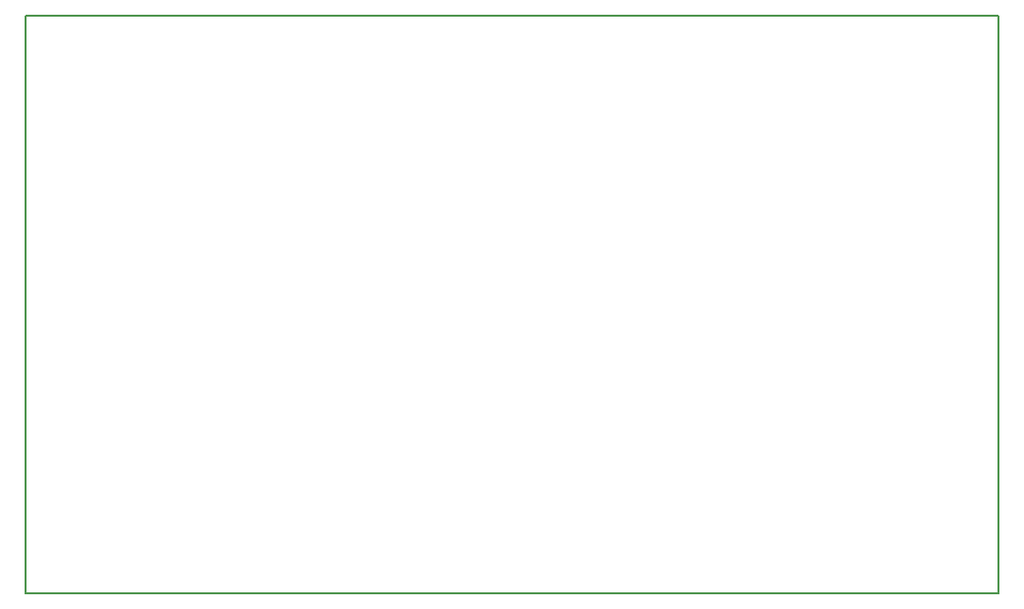
<source format=gbo>
G04 MADE WITH FRITZING*
G04 WWW.FRITZING.ORG*
G04 DOUBLE SIDED*
G04 HOLES PLATED*
G04 CONTOUR ON CENTER OF CONTOUR VECTOR*
%ASAXBY*%
%FSLAX23Y23*%
%MOIN*%
%OFA0B0*%
%SFA1.0B1.0*%
%ADD10R,3.307090X1.968500X3.291090X1.952500*%
%ADD11C,0.008000*%
%LNSILK0*%
G90*
G70*
G54D11*
X4Y1965D02*
X3303Y1965D01*
X3303Y4D01*
X4Y4D01*
X4Y1965D01*
D02*
G04 End of Silk0*
M02*
</source>
